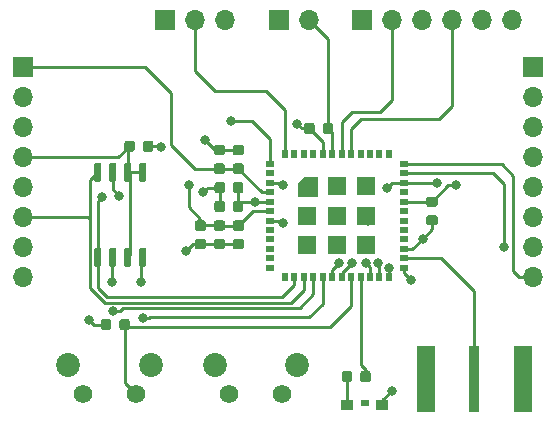
<source format=gbr>
G04 #@! TF.GenerationSoftware,KiCad,Pcbnew,(5.1.4)-1*
G04 #@! TF.CreationDate,2020-02-25T16:56:55+01:00*
G04 #@! TF.ProjectId,Master Thesis PCB,4d617374-6572-4205-9468-657369732050,rev?*
G04 #@! TF.SameCoordinates,Original*
G04 #@! TF.FileFunction,Copper,L1,Top*
G04 #@! TF.FilePolarity,Positive*
%FSLAX46Y46*%
G04 Gerber Fmt 4.6, Leading zero omitted, Abs format (unit mm)*
G04 Created by KiCad (PCBNEW (5.1.4)-1) date 2020-02-25 16:56:55*
%MOMM*%
%LPD*%
G04 APERTURE LIST*
%ADD10C,0.001000*%
%ADD11R,1.000000X0.900000*%
%ADD12R,0.800000X0.600000*%
%ADD13C,0.100000*%
%ADD14C,0.875000*%
%ADD15C,2.026000*%
%ADD16C,1.561000*%
%ADD17O,1.700000X1.700000*%
%ADD18R,1.700000X1.700000*%
%ADD19C,0.600000*%
%ADD20R,0.800000X0.500000*%
%ADD21R,0.500000X0.800000*%
%ADD22R,1.600000X1.600000*%
%ADD23R,0.800000X0.800000*%
%ADD24R,1.650000X5.600000*%
%ADD25R,0.900000X5.600000*%
%ADD26C,0.800000*%
%ADD27C,0.250000*%
%ADD28C,0.221000*%
G04 APERTURE END LIST*
D10*
G36*
X125650000Y-89300000D02*
G01*
X125650000Y-90900000D01*
X124050000Y-90900000D01*
X124050000Y-89800000D01*
X124550000Y-89300000D01*
X125650000Y-89300000D01*
G37*
X125650000Y-89300000D02*
X125650000Y-90900000D01*
X124050000Y-90900000D01*
X124050000Y-89800000D01*
X124550000Y-89300000D01*
X125650000Y-89300000D01*
D11*
X131200000Y-108600000D03*
X128200000Y-108600000D03*
D12*
X129700000Y-108450000D03*
D13*
G36*
X128440191Y-105726053D02*
G01*
X128461426Y-105729203D01*
X128482250Y-105734419D01*
X128502462Y-105741651D01*
X128521868Y-105750830D01*
X128540281Y-105761866D01*
X128557524Y-105774654D01*
X128573430Y-105789070D01*
X128587846Y-105804976D01*
X128600634Y-105822219D01*
X128611670Y-105840632D01*
X128620849Y-105860038D01*
X128628081Y-105880250D01*
X128633297Y-105901074D01*
X128636447Y-105922309D01*
X128637500Y-105943750D01*
X128637500Y-106456250D01*
X128636447Y-106477691D01*
X128633297Y-106498926D01*
X128628081Y-106519750D01*
X128620849Y-106539962D01*
X128611670Y-106559368D01*
X128600634Y-106577781D01*
X128587846Y-106595024D01*
X128573430Y-106610930D01*
X128557524Y-106625346D01*
X128540281Y-106638134D01*
X128521868Y-106649170D01*
X128502462Y-106658349D01*
X128482250Y-106665581D01*
X128461426Y-106670797D01*
X128440191Y-106673947D01*
X128418750Y-106675000D01*
X127981250Y-106675000D01*
X127959809Y-106673947D01*
X127938574Y-106670797D01*
X127917750Y-106665581D01*
X127897538Y-106658349D01*
X127878132Y-106649170D01*
X127859719Y-106638134D01*
X127842476Y-106625346D01*
X127826570Y-106610930D01*
X127812154Y-106595024D01*
X127799366Y-106577781D01*
X127788330Y-106559368D01*
X127779151Y-106539962D01*
X127771919Y-106519750D01*
X127766703Y-106498926D01*
X127763553Y-106477691D01*
X127762500Y-106456250D01*
X127762500Y-105943750D01*
X127763553Y-105922309D01*
X127766703Y-105901074D01*
X127771919Y-105880250D01*
X127779151Y-105860038D01*
X127788330Y-105840632D01*
X127799366Y-105822219D01*
X127812154Y-105804976D01*
X127826570Y-105789070D01*
X127842476Y-105774654D01*
X127859719Y-105761866D01*
X127878132Y-105750830D01*
X127897538Y-105741651D01*
X127917750Y-105734419D01*
X127938574Y-105729203D01*
X127959809Y-105726053D01*
X127981250Y-105725000D01*
X128418750Y-105725000D01*
X128440191Y-105726053D01*
X128440191Y-105726053D01*
G37*
D14*
X128200000Y-106200000D03*
D13*
G36*
X130015191Y-105726053D02*
G01*
X130036426Y-105729203D01*
X130057250Y-105734419D01*
X130077462Y-105741651D01*
X130096868Y-105750830D01*
X130115281Y-105761866D01*
X130132524Y-105774654D01*
X130148430Y-105789070D01*
X130162846Y-105804976D01*
X130175634Y-105822219D01*
X130186670Y-105840632D01*
X130195849Y-105860038D01*
X130203081Y-105880250D01*
X130208297Y-105901074D01*
X130211447Y-105922309D01*
X130212500Y-105943750D01*
X130212500Y-106456250D01*
X130211447Y-106477691D01*
X130208297Y-106498926D01*
X130203081Y-106519750D01*
X130195849Y-106539962D01*
X130186670Y-106559368D01*
X130175634Y-106577781D01*
X130162846Y-106595024D01*
X130148430Y-106610930D01*
X130132524Y-106625346D01*
X130115281Y-106638134D01*
X130096868Y-106649170D01*
X130077462Y-106658349D01*
X130057250Y-106665581D01*
X130036426Y-106670797D01*
X130015191Y-106673947D01*
X129993750Y-106675000D01*
X129556250Y-106675000D01*
X129534809Y-106673947D01*
X129513574Y-106670797D01*
X129492750Y-106665581D01*
X129472538Y-106658349D01*
X129453132Y-106649170D01*
X129434719Y-106638134D01*
X129417476Y-106625346D01*
X129401570Y-106610930D01*
X129387154Y-106595024D01*
X129374366Y-106577781D01*
X129363330Y-106559368D01*
X129354151Y-106539962D01*
X129346919Y-106519750D01*
X129341703Y-106498926D01*
X129338553Y-106477691D01*
X129337500Y-106456250D01*
X129337500Y-105943750D01*
X129338553Y-105922309D01*
X129341703Y-105901074D01*
X129346919Y-105880250D01*
X129354151Y-105860038D01*
X129363330Y-105840632D01*
X129374366Y-105822219D01*
X129387154Y-105804976D01*
X129401570Y-105789070D01*
X129417476Y-105774654D01*
X129434719Y-105761866D01*
X129453132Y-105750830D01*
X129472538Y-105741651D01*
X129492750Y-105734419D01*
X129513574Y-105729203D01*
X129534809Y-105726053D01*
X129556250Y-105725000D01*
X129993750Y-105725000D01*
X130015191Y-105726053D01*
X130015191Y-105726053D01*
G37*
D14*
X129775000Y-106200000D03*
D15*
X111600000Y-105200000D03*
X104590000Y-105200000D03*
D16*
X110345000Y-107690000D03*
X105845000Y-107690000D03*
D13*
G36*
X108040191Y-101326053D02*
G01*
X108061426Y-101329203D01*
X108082250Y-101334419D01*
X108102462Y-101341651D01*
X108121868Y-101350830D01*
X108140281Y-101361866D01*
X108157524Y-101374654D01*
X108173430Y-101389070D01*
X108187846Y-101404976D01*
X108200634Y-101422219D01*
X108211670Y-101440632D01*
X108220849Y-101460038D01*
X108228081Y-101480250D01*
X108233297Y-101501074D01*
X108236447Y-101522309D01*
X108237500Y-101543750D01*
X108237500Y-102056250D01*
X108236447Y-102077691D01*
X108233297Y-102098926D01*
X108228081Y-102119750D01*
X108220849Y-102139962D01*
X108211670Y-102159368D01*
X108200634Y-102177781D01*
X108187846Y-102195024D01*
X108173430Y-102210930D01*
X108157524Y-102225346D01*
X108140281Y-102238134D01*
X108121868Y-102249170D01*
X108102462Y-102258349D01*
X108082250Y-102265581D01*
X108061426Y-102270797D01*
X108040191Y-102273947D01*
X108018750Y-102275000D01*
X107581250Y-102275000D01*
X107559809Y-102273947D01*
X107538574Y-102270797D01*
X107517750Y-102265581D01*
X107497538Y-102258349D01*
X107478132Y-102249170D01*
X107459719Y-102238134D01*
X107442476Y-102225346D01*
X107426570Y-102210930D01*
X107412154Y-102195024D01*
X107399366Y-102177781D01*
X107388330Y-102159368D01*
X107379151Y-102139962D01*
X107371919Y-102119750D01*
X107366703Y-102098926D01*
X107363553Y-102077691D01*
X107362500Y-102056250D01*
X107362500Y-101543750D01*
X107363553Y-101522309D01*
X107366703Y-101501074D01*
X107371919Y-101480250D01*
X107379151Y-101460038D01*
X107388330Y-101440632D01*
X107399366Y-101422219D01*
X107412154Y-101404976D01*
X107426570Y-101389070D01*
X107442476Y-101374654D01*
X107459719Y-101361866D01*
X107478132Y-101350830D01*
X107497538Y-101341651D01*
X107517750Y-101334419D01*
X107538574Y-101329203D01*
X107559809Y-101326053D01*
X107581250Y-101325000D01*
X108018750Y-101325000D01*
X108040191Y-101326053D01*
X108040191Y-101326053D01*
G37*
D14*
X107800000Y-101800000D03*
D13*
G36*
X109615191Y-101326053D02*
G01*
X109636426Y-101329203D01*
X109657250Y-101334419D01*
X109677462Y-101341651D01*
X109696868Y-101350830D01*
X109715281Y-101361866D01*
X109732524Y-101374654D01*
X109748430Y-101389070D01*
X109762846Y-101404976D01*
X109775634Y-101422219D01*
X109786670Y-101440632D01*
X109795849Y-101460038D01*
X109803081Y-101480250D01*
X109808297Y-101501074D01*
X109811447Y-101522309D01*
X109812500Y-101543750D01*
X109812500Y-102056250D01*
X109811447Y-102077691D01*
X109808297Y-102098926D01*
X109803081Y-102119750D01*
X109795849Y-102139962D01*
X109786670Y-102159368D01*
X109775634Y-102177781D01*
X109762846Y-102195024D01*
X109748430Y-102210930D01*
X109732524Y-102225346D01*
X109715281Y-102238134D01*
X109696868Y-102249170D01*
X109677462Y-102258349D01*
X109657250Y-102265581D01*
X109636426Y-102270797D01*
X109615191Y-102273947D01*
X109593750Y-102275000D01*
X109156250Y-102275000D01*
X109134809Y-102273947D01*
X109113574Y-102270797D01*
X109092750Y-102265581D01*
X109072538Y-102258349D01*
X109053132Y-102249170D01*
X109034719Y-102238134D01*
X109017476Y-102225346D01*
X109001570Y-102210930D01*
X108987154Y-102195024D01*
X108974366Y-102177781D01*
X108963330Y-102159368D01*
X108954151Y-102139962D01*
X108946919Y-102119750D01*
X108941703Y-102098926D01*
X108938553Y-102077691D01*
X108937500Y-102056250D01*
X108937500Y-101543750D01*
X108938553Y-101522309D01*
X108941703Y-101501074D01*
X108946919Y-101480250D01*
X108954151Y-101460038D01*
X108963330Y-101440632D01*
X108974366Y-101422219D01*
X108987154Y-101404976D01*
X109001570Y-101389070D01*
X109017476Y-101374654D01*
X109034719Y-101361866D01*
X109053132Y-101350830D01*
X109072538Y-101341651D01*
X109092750Y-101334419D01*
X109113574Y-101329203D01*
X109134809Y-101326053D01*
X109156250Y-101325000D01*
X109593750Y-101325000D01*
X109615191Y-101326053D01*
X109615191Y-101326053D01*
G37*
D14*
X109375000Y-101800000D03*
D15*
X124000000Y-105200000D03*
X116990000Y-105200000D03*
D16*
X122745000Y-107690000D03*
X118245000Y-107690000D03*
D17*
X142200000Y-76000000D03*
X139660000Y-76000000D03*
X137120000Y-76000000D03*
X134580000Y-76000000D03*
X132040000Y-76000000D03*
D18*
X129500000Y-76000000D03*
D17*
X117880000Y-76000000D03*
X115340000Y-76000000D03*
D18*
X112800000Y-76000000D03*
D17*
X125000000Y-76000000D03*
D18*
X122460000Y-76000000D03*
D17*
X100800000Y-97800000D03*
X100800000Y-95260000D03*
X100800000Y-92720000D03*
X100800000Y-90180000D03*
X100800000Y-87640000D03*
X100800000Y-85100000D03*
X100800000Y-82560000D03*
D18*
X100800000Y-80020000D03*
D17*
X143980000Y-97800000D03*
X143980000Y-95260000D03*
X143980000Y-92720000D03*
X143980000Y-90180000D03*
X143980000Y-87640000D03*
X143980000Y-85100000D03*
X143980000Y-82560000D03*
D18*
X143980000Y-80020000D03*
D13*
G36*
X107259703Y-88100722D02*
G01*
X107274264Y-88102882D01*
X107288543Y-88106459D01*
X107302403Y-88111418D01*
X107315710Y-88117712D01*
X107328336Y-88125280D01*
X107340159Y-88134048D01*
X107351066Y-88143934D01*
X107360952Y-88154841D01*
X107369720Y-88166664D01*
X107377288Y-88179290D01*
X107383582Y-88192597D01*
X107388541Y-88206457D01*
X107392118Y-88220736D01*
X107394278Y-88235297D01*
X107395000Y-88250000D01*
X107395000Y-89550000D01*
X107394278Y-89564703D01*
X107392118Y-89579264D01*
X107388541Y-89593543D01*
X107383582Y-89607403D01*
X107377288Y-89620710D01*
X107369720Y-89633336D01*
X107360952Y-89645159D01*
X107351066Y-89656066D01*
X107340159Y-89665952D01*
X107328336Y-89674720D01*
X107315710Y-89682288D01*
X107302403Y-89688582D01*
X107288543Y-89693541D01*
X107274264Y-89697118D01*
X107259703Y-89699278D01*
X107245000Y-89700000D01*
X106945000Y-89700000D01*
X106930297Y-89699278D01*
X106915736Y-89697118D01*
X106901457Y-89693541D01*
X106887597Y-89688582D01*
X106874290Y-89682288D01*
X106861664Y-89674720D01*
X106849841Y-89665952D01*
X106838934Y-89656066D01*
X106829048Y-89645159D01*
X106820280Y-89633336D01*
X106812712Y-89620710D01*
X106806418Y-89607403D01*
X106801459Y-89593543D01*
X106797882Y-89579264D01*
X106795722Y-89564703D01*
X106795000Y-89550000D01*
X106795000Y-88250000D01*
X106795722Y-88235297D01*
X106797882Y-88220736D01*
X106801459Y-88206457D01*
X106806418Y-88192597D01*
X106812712Y-88179290D01*
X106820280Y-88166664D01*
X106829048Y-88154841D01*
X106838934Y-88143934D01*
X106849841Y-88134048D01*
X106861664Y-88125280D01*
X106874290Y-88117712D01*
X106887597Y-88111418D01*
X106901457Y-88106459D01*
X106915736Y-88102882D01*
X106930297Y-88100722D01*
X106945000Y-88100000D01*
X107245000Y-88100000D01*
X107259703Y-88100722D01*
X107259703Y-88100722D01*
G37*
D19*
X107095000Y-88900000D03*
D13*
G36*
X108529703Y-88100722D02*
G01*
X108544264Y-88102882D01*
X108558543Y-88106459D01*
X108572403Y-88111418D01*
X108585710Y-88117712D01*
X108598336Y-88125280D01*
X108610159Y-88134048D01*
X108621066Y-88143934D01*
X108630952Y-88154841D01*
X108639720Y-88166664D01*
X108647288Y-88179290D01*
X108653582Y-88192597D01*
X108658541Y-88206457D01*
X108662118Y-88220736D01*
X108664278Y-88235297D01*
X108665000Y-88250000D01*
X108665000Y-89550000D01*
X108664278Y-89564703D01*
X108662118Y-89579264D01*
X108658541Y-89593543D01*
X108653582Y-89607403D01*
X108647288Y-89620710D01*
X108639720Y-89633336D01*
X108630952Y-89645159D01*
X108621066Y-89656066D01*
X108610159Y-89665952D01*
X108598336Y-89674720D01*
X108585710Y-89682288D01*
X108572403Y-89688582D01*
X108558543Y-89693541D01*
X108544264Y-89697118D01*
X108529703Y-89699278D01*
X108515000Y-89700000D01*
X108215000Y-89700000D01*
X108200297Y-89699278D01*
X108185736Y-89697118D01*
X108171457Y-89693541D01*
X108157597Y-89688582D01*
X108144290Y-89682288D01*
X108131664Y-89674720D01*
X108119841Y-89665952D01*
X108108934Y-89656066D01*
X108099048Y-89645159D01*
X108090280Y-89633336D01*
X108082712Y-89620710D01*
X108076418Y-89607403D01*
X108071459Y-89593543D01*
X108067882Y-89579264D01*
X108065722Y-89564703D01*
X108065000Y-89550000D01*
X108065000Y-88250000D01*
X108065722Y-88235297D01*
X108067882Y-88220736D01*
X108071459Y-88206457D01*
X108076418Y-88192597D01*
X108082712Y-88179290D01*
X108090280Y-88166664D01*
X108099048Y-88154841D01*
X108108934Y-88143934D01*
X108119841Y-88134048D01*
X108131664Y-88125280D01*
X108144290Y-88117712D01*
X108157597Y-88111418D01*
X108171457Y-88106459D01*
X108185736Y-88102882D01*
X108200297Y-88100722D01*
X108215000Y-88100000D01*
X108515000Y-88100000D01*
X108529703Y-88100722D01*
X108529703Y-88100722D01*
G37*
D19*
X108365000Y-88900000D03*
D13*
G36*
X109799703Y-88100722D02*
G01*
X109814264Y-88102882D01*
X109828543Y-88106459D01*
X109842403Y-88111418D01*
X109855710Y-88117712D01*
X109868336Y-88125280D01*
X109880159Y-88134048D01*
X109891066Y-88143934D01*
X109900952Y-88154841D01*
X109909720Y-88166664D01*
X109917288Y-88179290D01*
X109923582Y-88192597D01*
X109928541Y-88206457D01*
X109932118Y-88220736D01*
X109934278Y-88235297D01*
X109935000Y-88250000D01*
X109935000Y-89550000D01*
X109934278Y-89564703D01*
X109932118Y-89579264D01*
X109928541Y-89593543D01*
X109923582Y-89607403D01*
X109917288Y-89620710D01*
X109909720Y-89633336D01*
X109900952Y-89645159D01*
X109891066Y-89656066D01*
X109880159Y-89665952D01*
X109868336Y-89674720D01*
X109855710Y-89682288D01*
X109842403Y-89688582D01*
X109828543Y-89693541D01*
X109814264Y-89697118D01*
X109799703Y-89699278D01*
X109785000Y-89700000D01*
X109485000Y-89700000D01*
X109470297Y-89699278D01*
X109455736Y-89697118D01*
X109441457Y-89693541D01*
X109427597Y-89688582D01*
X109414290Y-89682288D01*
X109401664Y-89674720D01*
X109389841Y-89665952D01*
X109378934Y-89656066D01*
X109369048Y-89645159D01*
X109360280Y-89633336D01*
X109352712Y-89620710D01*
X109346418Y-89607403D01*
X109341459Y-89593543D01*
X109337882Y-89579264D01*
X109335722Y-89564703D01*
X109335000Y-89550000D01*
X109335000Y-88250000D01*
X109335722Y-88235297D01*
X109337882Y-88220736D01*
X109341459Y-88206457D01*
X109346418Y-88192597D01*
X109352712Y-88179290D01*
X109360280Y-88166664D01*
X109369048Y-88154841D01*
X109378934Y-88143934D01*
X109389841Y-88134048D01*
X109401664Y-88125280D01*
X109414290Y-88117712D01*
X109427597Y-88111418D01*
X109441457Y-88106459D01*
X109455736Y-88102882D01*
X109470297Y-88100722D01*
X109485000Y-88100000D01*
X109785000Y-88100000D01*
X109799703Y-88100722D01*
X109799703Y-88100722D01*
G37*
D19*
X109635000Y-88900000D03*
D13*
G36*
X111069703Y-88100722D02*
G01*
X111084264Y-88102882D01*
X111098543Y-88106459D01*
X111112403Y-88111418D01*
X111125710Y-88117712D01*
X111138336Y-88125280D01*
X111150159Y-88134048D01*
X111161066Y-88143934D01*
X111170952Y-88154841D01*
X111179720Y-88166664D01*
X111187288Y-88179290D01*
X111193582Y-88192597D01*
X111198541Y-88206457D01*
X111202118Y-88220736D01*
X111204278Y-88235297D01*
X111205000Y-88250000D01*
X111205000Y-89550000D01*
X111204278Y-89564703D01*
X111202118Y-89579264D01*
X111198541Y-89593543D01*
X111193582Y-89607403D01*
X111187288Y-89620710D01*
X111179720Y-89633336D01*
X111170952Y-89645159D01*
X111161066Y-89656066D01*
X111150159Y-89665952D01*
X111138336Y-89674720D01*
X111125710Y-89682288D01*
X111112403Y-89688582D01*
X111098543Y-89693541D01*
X111084264Y-89697118D01*
X111069703Y-89699278D01*
X111055000Y-89700000D01*
X110755000Y-89700000D01*
X110740297Y-89699278D01*
X110725736Y-89697118D01*
X110711457Y-89693541D01*
X110697597Y-89688582D01*
X110684290Y-89682288D01*
X110671664Y-89674720D01*
X110659841Y-89665952D01*
X110648934Y-89656066D01*
X110639048Y-89645159D01*
X110630280Y-89633336D01*
X110622712Y-89620710D01*
X110616418Y-89607403D01*
X110611459Y-89593543D01*
X110607882Y-89579264D01*
X110605722Y-89564703D01*
X110605000Y-89550000D01*
X110605000Y-88250000D01*
X110605722Y-88235297D01*
X110607882Y-88220736D01*
X110611459Y-88206457D01*
X110616418Y-88192597D01*
X110622712Y-88179290D01*
X110630280Y-88166664D01*
X110639048Y-88154841D01*
X110648934Y-88143934D01*
X110659841Y-88134048D01*
X110671664Y-88125280D01*
X110684290Y-88117712D01*
X110697597Y-88111418D01*
X110711457Y-88106459D01*
X110725736Y-88102882D01*
X110740297Y-88100722D01*
X110755000Y-88100000D01*
X111055000Y-88100000D01*
X111069703Y-88100722D01*
X111069703Y-88100722D01*
G37*
D19*
X110905000Y-88900000D03*
D13*
G36*
X111069703Y-95300722D02*
G01*
X111084264Y-95302882D01*
X111098543Y-95306459D01*
X111112403Y-95311418D01*
X111125710Y-95317712D01*
X111138336Y-95325280D01*
X111150159Y-95334048D01*
X111161066Y-95343934D01*
X111170952Y-95354841D01*
X111179720Y-95366664D01*
X111187288Y-95379290D01*
X111193582Y-95392597D01*
X111198541Y-95406457D01*
X111202118Y-95420736D01*
X111204278Y-95435297D01*
X111205000Y-95450000D01*
X111205000Y-96750000D01*
X111204278Y-96764703D01*
X111202118Y-96779264D01*
X111198541Y-96793543D01*
X111193582Y-96807403D01*
X111187288Y-96820710D01*
X111179720Y-96833336D01*
X111170952Y-96845159D01*
X111161066Y-96856066D01*
X111150159Y-96865952D01*
X111138336Y-96874720D01*
X111125710Y-96882288D01*
X111112403Y-96888582D01*
X111098543Y-96893541D01*
X111084264Y-96897118D01*
X111069703Y-96899278D01*
X111055000Y-96900000D01*
X110755000Y-96900000D01*
X110740297Y-96899278D01*
X110725736Y-96897118D01*
X110711457Y-96893541D01*
X110697597Y-96888582D01*
X110684290Y-96882288D01*
X110671664Y-96874720D01*
X110659841Y-96865952D01*
X110648934Y-96856066D01*
X110639048Y-96845159D01*
X110630280Y-96833336D01*
X110622712Y-96820710D01*
X110616418Y-96807403D01*
X110611459Y-96793543D01*
X110607882Y-96779264D01*
X110605722Y-96764703D01*
X110605000Y-96750000D01*
X110605000Y-95450000D01*
X110605722Y-95435297D01*
X110607882Y-95420736D01*
X110611459Y-95406457D01*
X110616418Y-95392597D01*
X110622712Y-95379290D01*
X110630280Y-95366664D01*
X110639048Y-95354841D01*
X110648934Y-95343934D01*
X110659841Y-95334048D01*
X110671664Y-95325280D01*
X110684290Y-95317712D01*
X110697597Y-95311418D01*
X110711457Y-95306459D01*
X110725736Y-95302882D01*
X110740297Y-95300722D01*
X110755000Y-95300000D01*
X111055000Y-95300000D01*
X111069703Y-95300722D01*
X111069703Y-95300722D01*
G37*
D19*
X110905000Y-96100000D03*
D13*
G36*
X109799703Y-95300722D02*
G01*
X109814264Y-95302882D01*
X109828543Y-95306459D01*
X109842403Y-95311418D01*
X109855710Y-95317712D01*
X109868336Y-95325280D01*
X109880159Y-95334048D01*
X109891066Y-95343934D01*
X109900952Y-95354841D01*
X109909720Y-95366664D01*
X109917288Y-95379290D01*
X109923582Y-95392597D01*
X109928541Y-95406457D01*
X109932118Y-95420736D01*
X109934278Y-95435297D01*
X109935000Y-95450000D01*
X109935000Y-96750000D01*
X109934278Y-96764703D01*
X109932118Y-96779264D01*
X109928541Y-96793543D01*
X109923582Y-96807403D01*
X109917288Y-96820710D01*
X109909720Y-96833336D01*
X109900952Y-96845159D01*
X109891066Y-96856066D01*
X109880159Y-96865952D01*
X109868336Y-96874720D01*
X109855710Y-96882288D01*
X109842403Y-96888582D01*
X109828543Y-96893541D01*
X109814264Y-96897118D01*
X109799703Y-96899278D01*
X109785000Y-96900000D01*
X109485000Y-96900000D01*
X109470297Y-96899278D01*
X109455736Y-96897118D01*
X109441457Y-96893541D01*
X109427597Y-96888582D01*
X109414290Y-96882288D01*
X109401664Y-96874720D01*
X109389841Y-96865952D01*
X109378934Y-96856066D01*
X109369048Y-96845159D01*
X109360280Y-96833336D01*
X109352712Y-96820710D01*
X109346418Y-96807403D01*
X109341459Y-96793543D01*
X109337882Y-96779264D01*
X109335722Y-96764703D01*
X109335000Y-96750000D01*
X109335000Y-95450000D01*
X109335722Y-95435297D01*
X109337882Y-95420736D01*
X109341459Y-95406457D01*
X109346418Y-95392597D01*
X109352712Y-95379290D01*
X109360280Y-95366664D01*
X109369048Y-95354841D01*
X109378934Y-95343934D01*
X109389841Y-95334048D01*
X109401664Y-95325280D01*
X109414290Y-95317712D01*
X109427597Y-95311418D01*
X109441457Y-95306459D01*
X109455736Y-95302882D01*
X109470297Y-95300722D01*
X109485000Y-95300000D01*
X109785000Y-95300000D01*
X109799703Y-95300722D01*
X109799703Y-95300722D01*
G37*
D19*
X109635000Y-96100000D03*
D13*
G36*
X108529703Y-95300722D02*
G01*
X108544264Y-95302882D01*
X108558543Y-95306459D01*
X108572403Y-95311418D01*
X108585710Y-95317712D01*
X108598336Y-95325280D01*
X108610159Y-95334048D01*
X108621066Y-95343934D01*
X108630952Y-95354841D01*
X108639720Y-95366664D01*
X108647288Y-95379290D01*
X108653582Y-95392597D01*
X108658541Y-95406457D01*
X108662118Y-95420736D01*
X108664278Y-95435297D01*
X108665000Y-95450000D01*
X108665000Y-96750000D01*
X108664278Y-96764703D01*
X108662118Y-96779264D01*
X108658541Y-96793543D01*
X108653582Y-96807403D01*
X108647288Y-96820710D01*
X108639720Y-96833336D01*
X108630952Y-96845159D01*
X108621066Y-96856066D01*
X108610159Y-96865952D01*
X108598336Y-96874720D01*
X108585710Y-96882288D01*
X108572403Y-96888582D01*
X108558543Y-96893541D01*
X108544264Y-96897118D01*
X108529703Y-96899278D01*
X108515000Y-96900000D01*
X108215000Y-96900000D01*
X108200297Y-96899278D01*
X108185736Y-96897118D01*
X108171457Y-96893541D01*
X108157597Y-96888582D01*
X108144290Y-96882288D01*
X108131664Y-96874720D01*
X108119841Y-96865952D01*
X108108934Y-96856066D01*
X108099048Y-96845159D01*
X108090280Y-96833336D01*
X108082712Y-96820710D01*
X108076418Y-96807403D01*
X108071459Y-96793543D01*
X108067882Y-96779264D01*
X108065722Y-96764703D01*
X108065000Y-96750000D01*
X108065000Y-95450000D01*
X108065722Y-95435297D01*
X108067882Y-95420736D01*
X108071459Y-95406457D01*
X108076418Y-95392597D01*
X108082712Y-95379290D01*
X108090280Y-95366664D01*
X108099048Y-95354841D01*
X108108934Y-95343934D01*
X108119841Y-95334048D01*
X108131664Y-95325280D01*
X108144290Y-95317712D01*
X108157597Y-95311418D01*
X108171457Y-95306459D01*
X108185736Y-95302882D01*
X108200297Y-95300722D01*
X108215000Y-95300000D01*
X108515000Y-95300000D01*
X108529703Y-95300722D01*
X108529703Y-95300722D01*
G37*
D19*
X108365000Y-96100000D03*
D13*
G36*
X107259703Y-95300722D02*
G01*
X107274264Y-95302882D01*
X107288543Y-95306459D01*
X107302403Y-95311418D01*
X107315710Y-95317712D01*
X107328336Y-95325280D01*
X107340159Y-95334048D01*
X107351066Y-95343934D01*
X107360952Y-95354841D01*
X107369720Y-95366664D01*
X107377288Y-95379290D01*
X107383582Y-95392597D01*
X107388541Y-95406457D01*
X107392118Y-95420736D01*
X107394278Y-95435297D01*
X107395000Y-95450000D01*
X107395000Y-96750000D01*
X107394278Y-96764703D01*
X107392118Y-96779264D01*
X107388541Y-96793543D01*
X107383582Y-96807403D01*
X107377288Y-96820710D01*
X107369720Y-96833336D01*
X107360952Y-96845159D01*
X107351066Y-96856066D01*
X107340159Y-96865952D01*
X107328336Y-96874720D01*
X107315710Y-96882288D01*
X107302403Y-96888582D01*
X107288543Y-96893541D01*
X107274264Y-96897118D01*
X107259703Y-96899278D01*
X107245000Y-96900000D01*
X106945000Y-96900000D01*
X106930297Y-96899278D01*
X106915736Y-96897118D01*
X106901457Y-96893541D01*
X106887597Y-96888582D01*
X106874290Y-96882288D01*
X106861664Y-96874720D01*
X106849841Y-96865952D01*
X106838934Y-96856066D01*
X106829048Y-96845159D01*
X106820280Y-96833336D01*
X106812712Y-96820710D01*
X106806418Y-96807403D01*
X106801459Y-96793543D01*
X106797882Y-96779264D01*
X106795722Y-96764703D01*
X106795000Y-96750000D01*
X106795000Y-95450000D01*
X106795722Y-95435297D01*
X106797882Y-95420736D01*
X106801459Y-95406457D01*
X106806418Y-95392597D01*
X106812712Y-95379290D01*
X106820280Y-95366664D01*
X106829048Y-95354841D01*
X106838934Y-95343934D01*
X106849841Y-95334048D01*
X106861664Y-95325280D01*
X106874290Y-95317712D01*
X106887597Y-95311418D01*
X106901457Y-95306459D01*
X106915736Y-95302882D01*
X106930297Y-95300722D01*
X106945000Y-95300000D01*
X107245000Y-95300000D01*
X107259703Y-95300722D01*
X107259703Y-95300722D01*
G37*
D19*
X107095000Y-96100000D03*
D13*
G36*
X111615191Y-86226053D02*
G01*
X111636426Y-86229203D01*
X111657250Y-86234419D01*
X111677462Y-86241651D01*
X111696868Y-86250830D01*
X111715281Y-86261866D01*
X111732524Y-86274654D01*
X111748430Y-86289070D01*
X111762846Y-86304976D01*
X111775634Y-86322219D01*
X111786670Y-86340632D01*
X111795849Y-86360038D01*
X111803081Y-86380250D01*
X111808297Y-86401074D01*
X111811447Y-86422309D01*
X111812500Y-86443750D01*
X111812500Y-86956250D01*
X111811447Y-86977691D01*
X111808297Y-86998926D01*
X111803081Y-87019750D01*
X111795849Y-87039962D01*
X111786670Y-87059368D01*
X111775634Y-87077781D01*
X111762846Y-87095024D01*
X111748430Y-87110930D01*
X111732524Y-87125346D01*
X111715281Y-87138134D01*
X111696868Y-87149170D01*
X111677462Y-87158349D01*
X111657250Y-87165581D01*
X111636426Y-87170797D01*
X111615191Y-87173947D01*
X111593750Y-87175000D01*
X111156250Y-87175000D01*
X111134809Y-87173947D01*
X111113574Y-87170797D01*
X111092750Y-87165581D01*
X111072538Y-87158349D01*
X111053132Y-87149170D01*
X111034719Y-87138134D01*
X111017476Y-87125346D01*
X111001570Y-87110930D01*
X110987154Y-87095024D01*
X110974366Y-87077781D01*
X110963330Y-87059368D01*
X110954151Y-87039962D01*
X110946919Y-87019750D01*
X110941703Y-86998926D01*
X110938553Y-86977691D01*
X110937500Y-86956250D01*
X110937500Y-86443750D01*
X110938553Y-86422309D01*
X110941703Y-86401074D01*
X110946919Y-86380250D01*
X110954151Y-86360038D01*
X110963330Y-86340632D01*
X110974366Y-86322219D01*
X110987154Y-86304976D01*
X111001570Y-86289070D01*
X111017476Y-86274654D01*
X111034719Y-86261866D01*
X111053132Y-86250830D01*
X111072538Y-86241651D01*
X111092750Y-86234419D01*
X111113574Y-86229203D01*
X111134809Y-86226053D01*
X111156250Y-86225000D01*
X111593750Y-86225000D01*
X111615191Y-86226053D01*
X111615191Y-86226053D01*
G37*
D14*
X111375000Y-86700000D03*
D13*
G36*
X110040191Y-86226053D02*
G01*
X110061426Y-86229203D01*
X110082250Y-86234419D01*
X110102462Y-86241651D01*
X110121868Y-86250830D01*
X110140281Y-86261866D01*
X110157524Y-86274654D01*
X110173430Y-86289070D01*
X110187846Y-86304976D01*
X110200634Y-86322219D01*
X110211670Y-86340632D01*
X110220849Y-86360038D01*
X110228081Y-86380250D01*
X110233297Y-86401074D01*
X110236447Y-86422309D01*
X110237500Y-86443750D01*
X110237500Y-86956250D01*
X110236447Y-86977691D01*
X110233297Y-86998926D01*
X110228081Y-87019750D01*
X110220849Y-87039962D01*
X110211670Y-87059368D01*
X110200634Y-87077781D01*
X110187846Y-87095024D01*
X110173430Y-87110930D01*
X110157524Y-87125346D01*
X110140281Y-87138134D01*
X110121868Y-87149170D01*
X110102462Y-87158349D01*
X110082250Y-87165581D01*
X110061426Y-87170797D01*
X110040191Y-87173947D01*
X110018750Y-87175000D01*
X109581250Y-87175000D01*
X109559809Y-87173947D01*
X109538574Y-87170797D01*
X109517750Y-87165581D01*
X109497538Y-87158349D01*
X109478132Y-87149170D01*
X109459719Y-87138134D01*
X109442476Y-87125346D01*
X109426570Y-87110930D01*
X109412154Y-87095024D01*
X109399366Y-87077781D01*
X109388330Y-87059368D01*
X109379151Y-87039962D01*
X109371919Y-87019750D01*
X109366703Y-86998926D01*
X109363553Y-86977691D01*
X109362500Y-86956250D01*
X109362500Y-86443750D01*
X109363553Y-86422309D01*
X109366703Y-86401074D01*
X109371919Y-86380250D01*
X109379151Y-86360038D01*
X109388330Y-86340632D01*
X109399366Y-86322219D01*
X109412154Y-86304976D01*
X109426570Y-86289070D01*
X109442476Y-86274654D01*
X109459719Y-86261866D01*
X109478132Y-86250830D01*
X109497538Y-86241651D01*
X109517750Y-86234419D01*
X109538574Y-86229203D01*
X109559809Y-86226053D01*
X109581250Y-86225000D01*
X110018750Y-86225000D01*
X110040191Y-86226053D01*
X110040191Y-86226053D01*
G37*
D14*
X109800000Y-86700000D03*
D20*
X121700000Y-92200000D03*
X121700000Y-91400000D03*
X121700000Y-90600000D03*
X121700000Y-89800000D03*
X121700000Y-89000000D03*
X121700000Y-88200000D03*
X121700000Y-93000000D03*
X121700000Y-93800000D03*
X121700000Y-94600000D03*
X121700000Y-95400000D03*
X121700000Y-96200000D03*
X121700000Y-97000000D03*
D21*
X122950000Y-97800000D03*
X123750000Y-97800000D03*
X124550000Y-97800000D03*
X125350000Y-97800000D03*
X126150000Y-97800000D03*
X126950000Y-97800000D03*
X127750000Y-97800000D03*
X128550000Y-97800000D03*
X129350000Y-97800000D03*
X130150000Y-97800000D03*
X130950000Y-97800000D03*
X131750000Y-97800000D03*
D20*
X133000000Y-97000000D03*
X133000000Y-96200000D03*
X133000000Y-95400000D03*
X133000000Y-94600000D03*
X133000000Y-93800000D03*
X133000000Y-93000000D03*
X133000000Y-92200000D03*
X133000000Y-91400000D03*
X133000000Y-90600000D03*
X133000000Y-89800000D03*
X133000000Y-89000000D03*
X133000000Y-88200000D03*
D21*
X131750000Y-87400000D03*
X130950000Y-87400000D03*
X130150000Y-87400000D03*
X129350000Y-87400000D03*
X128550000Y-87400000D03*
X127750000Y-87400000D03*
X126950000Y-87400000D03*
X126150000Y-87400000D03*
X125350000Y-87400000D03*
X124550000Y-87400000D03*
X123750000Y-87400000D03*
X122950000Y-87400000D03*
D22*
X127350000Y-92600000D03*
D23*
X124850000Y-90100000D03*
D22*
X127350000Y-90100000D03*
X129850000Y-90100000D03*
X124850000Y-92600000D03*
X129850000Y-92600000D03*
X124850000Y-95100000D03*
X127350000Y-95100000D03*
X129850000Y-95100000D03*
D13*
G36*
X126840191Y-84726053D02*
G01*
X126861426Y-84729203D01*
X126882250Y-84734419D01*
X126902462Y-84741651D01*
X126921868Y-84750830D01*
X126940281Y-84761866D01*
X126957524Y-84774654D01*
X126973430Y-84789070D01*
X126987846Y-84804976D01*
X127000634Y-84822219D01*
X127011670Y-84840632D01*
X127020849Y-84860038D01*
X127028081Y-84880250D01*
X127033297Y-84901074D01*
X127036447Y-84922309D01*
X127037500Y-84943750D01*
X127037500Y-85456250D01*
X127036447Y-85477691D01*
X127033297Y-85498926D01*
X127028081Y-85519750D01*
X127020849Y-85539962D01*
X127011670Y-85559368D01*
X127000634Y-85577781D01*
X126987846Y-85595024D01*
X126973430Y-85610930D01*
X126957524Y-85625346D01*
X126940281Y-85638134D01*
X126921868Y-85649170D01*
X126902462Y-85658349D01*
X126882250Y-85665581D01*
X126861426Y-85670797D01*
X126840191Y-85673947D01*
X126818750Y-85675000D01*
X126381250Y-85675000D01*
X126359809Y-85673947D01*
X126338574Y-85670797D01*
X126317750Y-85665581D01*
X126297538Y-85658349D01*
X126278132Y-85649170D01*
X126259719Y-85638134D01*
X126242476Y-85625346D01*
X126226570Y-85610930D01*
X126212154Y-85595024D01*
X126199366Y-85577781D01*
X126188330Y-85559368D01*
X126179151Y-85539962D01*
X126171919Y-85519750D01*
X126166703Y-85498926D01*
X126163553Y-85477691D01*
X126162500Y-85456250D01*
X126162500Y-84943750D01*
X126163553Y-84922309D01*
X126166703Y-84901074D01*
X126171919Y-84880250D01*
X126179151Y-84860038D01*
X126188330Y-84840632D01*
X126199366Y-84822219D01*
X126212154Y-84804976D01*
X126226570Y-84789070D01*
X126242476Y-84774654D01*
X126259719Y-84761866D01*
X126278132Y-84750830D01*
X126297538Y-84741651D01*
X126317750Y-84734419D01*
X126338574Y-84729203D01*
X126359809Y-84726053D01*
X126381250Y-84725000D01*
X126818750Y-84725000D01*
X126840191Y-84726053D01*
X126840191Y-84726053D01*
G37*
D14*
X126600000Y-85200000D03*
D13*
G36*
X125265191Y-84726053D02*
G01*
X125286426Y-84729203D01*
X125307250Y-84734419D01*
X125327462Y-84741651D01*
X125346868Y-84750830D01*
X125365281Y-84761866D01*
X125382524Y-84774654D01*
X125398430Y-84789070D01*
X125412846Y-84804976D01*
X125425634Y-84822219D01*
X125436670Y-84840632D01*
X125445849Y-84860038D01*
X125453081Y-84880250D01*
X125458297Y-84901074D01*
X125461447Y-84922309D01*
X125462500Y-84943750D01*
X125462500Y-85456250D01*
X125461447Y-85477691D01*
X125458297Y-85498926D01*
X125453081Y-85519750D01*
X125445849Y-85539962D01*
X125436670Y-85559368D01*
X125425634Y-85577781D01*
X125412846Y-85595024D01*
X125398430Y-85610930D01*
X125382524Y-85625346D01*
X125365281Y-85638134D01*
X125346868Y-85649170D01*
X125327462Y-85658349D01*
X125307250Y-85665581D01*
X125286426Y-85670797D01*
X125265191Y-85673947D01*
X125243750Y-85675000D01*
X124806250Y-85675000D01*
X124784809Y-85673947D01*
X124763574Y-85670797D01*
X124742750Y-85665581D01*
X124722538Y-85658349D01*
X124703132Y-85649170D01*
X124684719Y-85638134D01*
X124667476Y-85625346D01*
X124651570Y-85610930D01*
X124637154Y-85595024D01*
X124624366Y-85577781D01*
X124613330Y-85559368D01*
X124604151Y-85539962D01*
X124596919Y-85519750D01*
X124591703Y-85498926D01*
X124588553Y-85477691D01*
X124587500Y-85456250D01*
X124587500Y-84943750D01*
X124588553Y-84922309D01*
X124591703Y-84901074D01*
X124596919Y-84880250D01*
X124604151Y-84860038D01*
X124613330Y-84840632D01*
X124624366Y-84822219D01*
X124637154Y-84804976D01*
X124651570Y-84789070D01*
X124667476Y-84774654D01*
X124684719Y-84761866D01*
X124703132Y-84750830D01*
X124722538Y-84741651D01*
X124742750Y-84734419D01*
X124763574Y-84729203D01*
X124784809Y-84726053D01*
X124806250Y-84725000D01*
X125243750Y-84725000D01*
X125265191Y-84726053D01*
X125265191Y-84726053D01*
G37*
D14*
X125025000Y-85200000D03*
D24*
X143125000Y-106400000D03*
X134875000Y-106400000D03*
D25*
X139000000Y-106400000D03*
D13*
G36*
X135677691Y-92538553D02*
G01*
X135698926Y-92541703D01*
X135719750Y-92546919D01*
X135739962Y-92554151D01*
X135759368Y-92563330D01*
X135777781Y-92574366D01*
X135795024Y-92587154D01*
X135810930Y-92601570D01*
X135825346Y-92617476D01*
X135838134Y-92634719D01*
X135849170Y-92653132D01*
X135858349Y-92672538D01*
X135865581Y-92692750D01*
X135870797Y-92713574D01*
X135873947Y-92734809D01*
X135875000Y-92756250D01*
X135875000Y-93193750D01*
X135873947Y-93215191D01*
X135870797Y-93236426D01*
X135865581Y-93257250D01*
X135858349Y-93277462D01*
X135849170Y-93296868D01*
X135838134Y-93315281D01*
X135825346Y-93332524D01*
X135810930Y-93348430D01*
X135795024Y-93362846D01*
X135777781Y-93375634D01*
X135759368Y-93386670D01*
X135739962Y-93395849D01*
X135719750Y-93403081D01*
X135698926Y-93408297D01*
X135677691Y-93411447D01*
X135656250Y-93412500D01*
X135143750Y-93412500D01*
X135122309Y-93411447D01*
X135101074Y-93408297D01*
X135080250Y-93403081D01*
X135060038Y-93395849D01*
X135040632Y-93386670D01*
X135022219Y-93375634D01*
X135004976Y-93362846D01*
X134989070Y-93348430D01*
X134974654Y-93332524D01*
X134961866Y-93315281D01*
X134950830Y-93296868D01*
X134941651Y-93277462D01*
X134934419Y-93257250D01*
X134929203Y-93236426D01*
X134926053Y-93215191D01*
X134925000Y-93193750D01*
X134925000Y-92756250D01*
X134926053Y-92734809D01*
X134929203Y-92713574D01*
X134934419Y-92692750D01*
X134941651Y-92672538D01*
X134950830Y-92653132D01*
X134961866Y-92634719D01*
X134974654Y-92617476D01*
X134989070Y-92601570D01*
X135004976Y-92587154D01*
X135022219Y-92574366D01*
X135040632Y-92563330D01*
X135060038Y-92554151D01*
X135080250Y-92546919D01*
X135101074Y-92541703D01*
X135122309Y-92538553D01*
X135143750Y-92537500D01*
X135656250Y-92537500D01*
X135677691Y-92538553D01*
X135677691Y-92538553D01*
G37*
D14*
X135400000Y-92975000D03*
D13*
G36*
X135677691Y-90963553D02*
G01*
X135698926Y-90966703D01*
X135719750Y-90971919D01*
X135739962Y-90979151D01*
X135759368Y-90988330D01*
X135777781Y-90999366D01*
X135795024Y-91012154D01*
X135810930Y-91026570D01*
X135825346Y-91042476D01*
X135838134Y-91059719D01*
X135849170Y-91078132D01*
X135858349Y-91097538D01*
X135865581Y-91117750D01*
X135870797Y-91138574D01*
X135873947Y-91159809D01*
X135875000Y-91181250D01*
X135875000Y-91618750D01*
X135873947Y-91640191D01*
X135870797Y-91661426D01*
X135865581Y-91682250D01*
X135858349Y-91702462D01*
X135849170Y-91721868D01*
X135838134Y-91740281D01*
X135825346Y-91757524D01*
X135810930Y-91773430D01*
X135795024Y-91787846D01*
X135777781Y-91800634D01*
X135759368Y-91811670D01*
X135739962Y-91820849D01*
X135719750Y-91828081D01*
X135698926Y-91833297D01*
X135677691Y-91836447D01*
X135656250Y-91837500D01*
X135143750Y-91837500D01*
X135122309Y-91836447D01*
X135101074Y-91833297D01*
X135080250Y-91828081D01*
X135060038Y-91820849D01*
X135040632Y-91811670D01*
X135022219Y-91800634D01*
X135004976Y-91787846D01*
X134989070Y-91773430D01*
X134974654Y-91757524D01*
X134961866Y-91740281D01*
X134950830Y-91721868D01*
X134941651Y-91702462D01*
X134934419Y-91682250D01*
X134929203Y-91661426D01*
X134926053Y-91640191D01*
X134925000Y-91618750D01*
X134925000Y-91181250D01*
X134926053Y-91159809D01*
X134929203Y-91138574D01*
X134934419Y-91117750D01*
X134941651Y-91097538D01*
X134950830Y-91078132D01*
X134961866Y-91059719D01*
X134974654Y-91042476D01*
X134989070Y-91026570D01*
X135004976Y-91012154D01*
X135022219Y-90999366D01*
X135040632Y-90988330D01*
X135060038Y-90979151D01*
X135080250Y-90971919D01*
X135101074Y-90966703D01*
X135122309Y-90963553D01*
X135143750Y-90962500D01*
X135656250Y-90962500D01*
X135677691Y-90963553D01*
X135677691Y-90963553D01*
G37*
D14*
X135400000Y-91400000D03*
D13*
G36*
X116077691Y-94563553D02*
G01*
X116098926Y-94566703D01*
X116119750Y-94571919D01*
X116139962Y-94579151D01*
X116159368Y-94588330D01*
X116177781Y-94599366D01*
X116195024Y-94612154D01*
X116210930Y-94626570D01*
X116225346Y-94642476D01*
X116238134Y-94659719D01*
X116249170Y-94678132D01*
X116258349Y-94697538D01*
X116265581Y-94717750D01*
X116270797Y-94738574D01*
X116273947Y-94759809D01*
X116275000Y-94781250D01*
X116275000Y-95218750D01*
X116273947Y-95240191D01*
X116270797Y-95261426D01*
X116265581Y-95282250D01*
X116258349Y-95302462D01*
X116249170Y-95321868D01*
X116238134Y-95340281D01*
X116225346Y-95357524D01*
X116210930Y-95373430D01*
X116195024Y-95387846D01*
X116177781Y-95400634D01*
X116159368Y-95411670D01*
X116139962Y-95420849D01*
X116119750Y-95428081D01*
X116098926Y-95433297D01*
X116077691Y-95436447D01*
X116056250Y-95437500D01*
X115543750Y-95437500D01*
X115522309Y-95436447D01*
X115501074Y-95433297D01*
X115480250Y-95428081D01*
X115460038Y-95420849D01*
X115440632Y-95411670D01*
X115422219Y-95400634D01*
X115404976Y-95387846D01*
X115389070Y-95373430D01*
X115374654Y-95357524D01*
X115361866Y-95340281D01*
X115350830Y-95321868D01*
X115341651Y-95302462D01*
X115334419Y-95282250D01*
X115329203Y-95261426D01*
X115326053Y-95240191D01*
X115325000Y-95218750D01*
X115325000Y-94781250D01*
X115326053Y-94759809D01*
X115329203Y-94738574D01*
X115334419Y-94717750D01*
X115341651Y-94697538D01*
X115350830Y-94678132D01*
X115361866Y-94659719D01*
X115374654Y-94642476D01*
X115389070Y-94626570D01*
X115404976Y-94612154D01*
X115422219Y-94599366D01*
X115440632Y-94588330D01*
X115460038Y-94579151D01*
X115480250Y-94571919D01*
X115501074Y-94566703D01*
X115522309Y-94563553D01*
X115543750Y-94562500D01*
X116056250Y-94562500D01*
X116077691Y-94563553D01*
X116077691Y-94563553D01*
G37*
D14*
X115800000Y-95000000D03*
D13*
G36*
X116077691Y-92988553D02*
G01*
X116098926Y-92991703D01*
X116119750Y-92996919D01*
X116139962Y-93004151D01*
X116159368Y-93013330D01*
X116177781Y-93024366D01*
X116195024Y-93037154D01*
X116210930Y-93051570D01*
X116225346Y-93067476D01*
X116238134Y-93084719D01*
X116249170Y-93103132D01*
X116258349Y-93122538D01*
X116265581Y-93142750D01*
X116270797Y-93163574D01*
X116273947Y-93184809D01*
X116275000Y-93206250D01*
X116275000Y-93643750D01*
X116273947Y-93665191D01*
X116270797Y-93686426D01*
X116265581Y-93707250D01*
X116258349Y-93727462D01*
X116249170Y-93746868D01*
X116238134Y-93765281D01*
X116225346Y-93782524D01*
X116210930Y-93798430D01*
X116195024Y-93812846D01*
X116177781Y-93825634D01*
X116159368Y-93836670D01*
X116139962Y-93845849D01*
X116119750Y-93853081D01*
X116098926Y-93858297D01*
X116077691Y-93861447D01*
X116056250Y-93862500D01*
X115543750Y-93862500D01*
X115522309Y-93861447D01*
X115501074Y-93858297D01*
X115480250Y-93853081D01*
X115460038Y-93845849D01*
X115440632Y-93836670D01*
X115422219Y-93825634D01*
X115404976Y-93812846D01*
X115389070Y-93798430D01*
X115374654Y-93782524D01*
X115361866Y-93765281D01*
X115350830Y-93746868D01*
X115341651Y-93727462D01*
X115334419Y-93707250D01*
X115329203Y-93686426D01*
X115326053Y-93665191D01*
X115325000Y-93643750D01*
X115325000Y-93206250D01*
X115326053Y-93184809D01*
X115329203Y-93163574D01*
X115334419Y-93142750D01*
X115341651Y-93122538D01*
X115350830Y-93103132D01*
X115361866Y-93084719D01*
X115374654Y-93067476D01*
X115389070Y-93051570D01*
X115404976Y-93037154D01*
X115422219Y-93024366D01*
X115440632Y-93013330D01*
X115460038Y-93004151D01*
X115480250Y-92996919D01*
X115501074Y-92991703D01*
X115522309Y-92988553D01*
X115543750Y-92987500D01*
X116056250Y-92987500D01*
X116077691Y-92988553D01*
X116077691Y-92988553D01*
G37*
D14*
X115800000Y-93425000D03*
D13*
G36*
X117677691Y-94551053D02*
G01*
X117698926Y-94554203D01*
X117719750Y-94559419D01*
X117739962Y-94566651D01*
X117759368Y-94575830D01*
X117777781Y-94586866D01*
X117795024Y-94599654D01*
X117810930Y-94614070D01*
X117825346Y-94629976D01*
X117838134Y-94647219D01*
X117849170Y-94665632D01*
X117858349Y-94685038D01*
X117865581Y-94705250D01*
X117870797Y-94726074D01*
X117873947Y-94747309D01*
X117875000Y-94768750D01*
X117875000Y-95206250D01*
X117873947Y-95227691D01*
X117870797Y-95248926D01*
X117865581Y-95269750D01*
X117858349Y-95289962D01*
X117849170Y-95309368D01*
X117838134Y-95327781D01*
X117825346Y-95345024D01*
X117810930Y-95360930D01*
X117795024Y-95375346D01*
X117777781Y-95388134D01*
X117759368Y-95399170D01*
X117739962Y-95408349D01*
X117719750Y-95415581D01*
X117698926Y-95420797D01*
X117677691Y-95423947D01*
X117656250Y-95425000D01*
X117143750Y-95425000D01*
X117122309Y-95423947D01*
X117101074Y-95420797D01*
X117080250Y-95415581D01*
X117060038Y-95408349D01*
X117040632Y-95399170D01*
X117022219Y-95388134D01*
X117004976Y-95375346D01*
X116989070Y-95360930D01*
X116974654Y-95345024D01*
X116961866Y-95327781D01*
X116950830Y-95309368D01*
X116941651Y-95289962D01*
X116934419Y-95269750D01*
X116929203Y-95248926D01*
X116926053Y-95227691D01*
X116925000Y-95206250D01*
X116925000Y-94768750D01*
X116926053Y-94747309D01*
X116929203Y-94726074D01*
X116934419Y-94705250D01*
X116941651Y-94685038D01*
X116950830Y-94665632D01*
X116961866Y-94647219D01*
X116974654Y-94629976D01*
X116989070Y-94614070D01*
X117004976Y-94599654D01*
X117022219Y-94586866D01*
X117040632Y-94575830D01*
X117060038Y-94566651D01*
X117080250Y-94559419D01*
X117101074Y-94554203D01*
X117122309Y-94551053D01*
X117143750Y-94550000D01*
X117656250Y-94550000D01*
X117677691Y-94551053D01*
X117677691Y-94551053D01*
G37*
D14*
X117400000Y-94987500D03*
D13*
G36*
X117677691Y-92976053D02*
G01*
X117698926Y-92979203D01*
X117719750Y-92984419D01*
X117739962Y-92991651D01*
X117759368Y-93000830D01*
X117777781Y-93011866D01*
X117795024Y-93024654D01*
X117810930Y-93039070D01*
X117825346Y-93054976D01*
X117838134Y-93072219D01*
X117849170Y-93090632D01*
X117858349Y-93110038D01*
X117865581Y-93130250D01*
X117870797Y-93151074D01*
X117873947Y-93172309D01*
X117875000Y-93193750D01*
X117875000Y-93631250D01*
X117873947Y-93652691D01*
X117870797Y-93673926D01*
X117865581Y-93694750D01*
X117858349Y-93714962D01*
X117849170Y-93734368D01*
X117838134Y-93752781D01*
X117825346Y-93770024D01*
X117810930Y-93785930D01*
X117795024Y-93800346D01*
X117777781Y-93813134D01*
X117759368Y-93824170D01*
X117739962Y-93833349D01*
X117719750Y-93840581D01*
X117698926Y-93845797D01*
X117677691Y-93848947D01*
X117656250Y-93850000D01*
X117143750Y-93850000D01*
X117122309Y-93848947D01*
X117101074Y-93845797D01*
X117080250Y-93840581D01*
X117060038Y-93833349D01*
X117040632Y-93824170D01*
X117022219Y-93813134D01*
X117004976Y-93800346D01*
X116989070Y-93785930D01*
X116974654Y-93770024D01*
X116961866Y-93752781D01*
X116950830Y-93734368D01*
X116941651Y-93714962D01*
X116934419Y-93694750D01*
X116929203Y-93673926D01*
X116926053Y-93652691D01*
X116925000Y-93631250D01*
X116925000Y-93193750D01*
X116926053Y-93172309D01*
X116929203Y-93151074D01*
X116934419Y-93130250D01*
X116941651Y-93110038D01*
X116950830Y-93090632D01*
X116961866Y-93072219D01*
X116974654Y-93054976D01*
X116989070Y-93039070D01*
X117004976Y-93024654D01*
X117022219Y-93011866D01*
X117040632Y-93000830D01*
X117060038Y-92991651D01*
X117080250Y-92984419D01*
X117101074Y-92979203D01*
X117122309Y-92976053D01*
X117143750Y-92975000D01*
X117656250Y-92975000D01*
X117677691Y-92976053D01*
X117677691Y-92976053D01*
G37*
D14*
X117400000Y-93412500D03*
D13*
G36*
X119277691Y-94563553D02*
G01*
X119298926Y-94566703D01*
X119319750Y-94571919D01*
X119339962Y-94579151D01*
X119359368Y-94588330D01*
X119377781Y-94599366D01*
X119395024Y-94612154D01*
X119410930Y-94626570D01*
X119425346Y-94642476D01*
X119438134Y-94659719D01*
X119449170Y-94678132D01*
X119458349Y-94697538D01*
X119465581Y-94717750D01*
X119470797Y-94738574D01*
X119473947Y-94759809D01*
X119475000Y-94781250D01*
X119475000Y-95218750D01*
X119473947Y-95240191D01*
X119470797Y-95261426D01*
X119465581Y-95282250D01*
X119458349Y-95302462D01*
X119449170Y-95321868D01*
X119438134Y-95340281D01*
X119425346Y-95357524D01*
X119410930Y-95373430D01*
X119395024Y-95387846D01*
X119377781Y-95400634D01*
X119359368Y-95411670D01*
X119339962Y-95420849D01*
X119319750Y-95428081D01*
X119298926Y-95433297D01*
X119277691Y-95436447D01*
X119256250Y-95437500D01*
X118743750Y-95437500D01*
X118722309Y-95436447D01*
X118701074Y-95433297D01*
X118680250Y-95428081D01*
X118660038Y-95420849D01*
X118640632Y-95411670D01*
X118622219Y-95400634D01*
X118604976Y-95387846D01*
X118589070Y-95373430D01*
X118574654Y-95357524D01*
X118561866Y-95340281D01*
X118550830Y-95321868D01*
X118541651Y-95302462D01*
X118534419Y-95282250D01*
X118529203Y-95261426D01*
X118526053Y-95240191D01*
X118525000Y-95218750D01*
X118525000Y-94781250D01*
X118526053Y-94759809D01*
X118529203Y-94738574D01*
X118534419Y-94717750D01*
X118541651Y-94697538D01*
X118550830Y-94678132D01*
X118561866Y-94659719D01*
X118574654Y-94642476D01*
X118589070Y-94626570D01*
X118604976Y-94612154D01*
X118622219Y-94599366D01*
X118640632Y-94588330D01*
X118660038Y-94579151D01*
X118680250Y-94571919D01*
X118701074Y-94566703D01*
X118722309Y-94563553D01*
X118743750Y-94562500D01*
X119256250Y-94562500D01*
X119277691Y-94563553D01*
X119277691Y-94563553D01*
G37*
D14*
X119000000Y-95000000D03*
D13*
G36*
X119277691Y-92988553D02*
G01*
X119298926Y-92991703D01*
X119319750Y-92996919D01*
X119339962Y-93004151D01*
X119359368Y-93013330D01*
X119377781Y-93024366D01*
X119395024Y-93037154D01*
X119410930Y-93051570D01*
X119425346Y-93067476D01*
X119438134Y-93084719D01*
X119449170Y-93103132D01*
X119458349Y-93122538D01*
X119465581Y-93142750D01*
X119470797Y-93163574D01*
X119473947Y-93184809D01*
X119475000Y-93206250D01*
X119475000Y-93643750D01*
X119473947Y-93665191D01*
X119470797Y-93686426D01*
X119465581Y-93707250D01*
X119458349Y-93727462D01*
X119449170Y-93746868D01*
X119438134Y-93765281D01*
X119425346Y-93782524D01*
X119410930Y-93798430D01*
X119395024Y-93812846D01*
X119377781Y-93825634D01*
X119359368Y-93836670D01*
X119339962Y-93845849D01*
X119319750Y-93853081D01*
X119298926Y-93858297D01*
X119277691Y-93861447D01*
X119256250Y-93862500D01*
X118743750Y-93862500D01*
X118722309Y-93861447D01*
X118701074Y-93858297D01*
X118680250Y-93853081D01*
X118660038Y-93845849D01*
X118640632Y-93836670D01*
X118622219Y-93825634D01*
X118604976Y-93812846D01*
X118589070Y-93798430D01*
X118574654Y-93782524D01*
X118561866Y-93765281D01*
X118550830Y-93746868D01*
X118541651Y-93727462D01*
X118534419Y-93707250D01*
X118529203Y-93686426D01*
X118526053Y-93665191D01*
X118525000Y-93643750D01*
X118525000Y-93206250D01*
X118526053Y-93184809D01*
X118529203Y-93163574D01*
X118534419Y-93142750D01*
X118541651Y-93122538D01*
X118550830Y-93103132D01*
X118561866Y-93084719D01*
X118574654Y-93067476D01*
X118589070Y-93051570D01*
X118604976Y-93037154D01*
X118622219Y-93024366D01*
X118640632Y-93013330D01*
X118660038Y-93004151D01*
X118680250Y-92996919D01*
X118701074Y-92991703D01*
X118722309Y-92988553D01*
X118743750Y-92987500D01*
X119256250Y-92987500D01*
X119277691Y-92988553D01*
X119277691Y-92988553D01*
G37*
D14*
X119000000Y-93425000D03*
D13*
G36*
X117665191Y-89726053D02*
G01*
X117686426Y-89729203D01*
X117707250Y-89734419D01*
X117727462Y-89741651D01*
X117746868Y-89750830D01*
X117765281Y-89761866D01*
X117782524Y-89774654D01*
X117798430Y-89789070D01*
X117812846Y-89804976D01*
X117825634Y-89822219D01*
X117836670Y-89840632D01*
X117845849Y-89860038D01*
X117853081Y-89880250D01*
X117858297Y-89901074D01*
X117861447Y-89922309D01*
X117862500Y-89943750D01*
X117862500Y-90456250D01*
X117861447Y-90477691D01*
X117858297Y-90498926D01*
X117853081Y-90519750D01*
X117845849Y-90539962D01*
X117836670Y-90559368D01*
X117825634Y-90577781D01*
X117812846Y-90595024D01*
X117798430Y-90610930D01*
X117782524Y-90625346D01*
X117765281Y-90638134D01*
X117746868Y-90649170D01*
X117727462Y-90658349D01*
X117707250Y-90665581D01*
X117686426Y-90670797D01*
X117665191Y-90673947D01*
X117643750Y-90675000D01*
X117206250Y-90675000D01*
X117184809Y-90673947D01*
X117163574Y-90670797D01*
X117142750Y-90665581D01*
X117122538Y-90658349D01*
X117103132Y-90649170D01*
X117084719Y-90638134D01*
X117067476Y-90625346D01*
X117051570Y-90610930D01*
X117037154Y-90595024D01*
X117024366Y-90577781D01*
X117013330Y-90559368D01*
X117004151Y-90539962D01*
X116996919Y-90519750D01*
X116991703Y-90498926D01*
X116988553Y-90477691D01*
X116987500Y-90456250D01*
X116987500Y-89943750D01*
X116988553Y-89922309D01*
X116991703Y-89901074D01*
X116996919Y-89880250D01*
X117004151Y-89860038D01*
X117013330Y-89840632D01*
X117024366Y-89822219D01*
X117037154Y-89804976D01*
X117051570Y-89789070D01*
X117067476Y-89774654D01*
X117084719Y-89761866D01*
X117103132Y-89750830D01*
X117122538Y-89741651D01*
X117142750Y-89734419D01*
X117163574Y-89729203D01*
X117184809Y-89726053D01*
X117206250Y-89725000D01*
X117643750Y-89725000D01*
X117665191Y-89726053D01*
X117665191Y-89726053D01*
G37*
D14*
X117425000Y-90200000D03*
D13*
G36*
X119240191Y-89726053D02*
G01*
X119261426Y-89729203D01*
X119282250Y-89734419D01*
X119302462Y-89741651D01*
X119321868Y-89750830D01*
X119340281Y-89761866D01*
X119357524Y-89774654D01*
X119373430Y-89789070D01*
X119387846Y-89804976D01*
X119400634Y-89822219D01*
X119411670Y-89840632D01*
X119420849Y-89860038D01*
X119428081Y-89880250D01*
X119433297Y-89901074D01*
X119436447Y-89922309D01*
X119437500Y-89943750D01*
X119437500Y-90456250D01*
X119436447Y-90477691D01*
X119433297Y-90498926D01*
X119428081Y-90519750D01*
X119420849Y-90539962D01*
X119411670Y-90559368D01*
X119400634Y-90577781D01*
X119387846Y-90595024D01*
X119373430Y-90610930D01*
X119357524Y-90625346D01*
X119340281Y-90638134D01*
X119321868Y-90649170D01*
X119302462Y-90658349D01*
X119282250Y-90665581D01*
X119261426Y-90670797D01*
X119240191Y-90673947D01*
X119218750Y-90675000D01*
X118781250Y-90675000D01*
X118759809Y-90673947D01*
X118738574Y-90670797D01*
X118717750Y-90665581D01*
X118697538Y-90658349D01*
X118678132Y-90649170D01*
X118659719Y-90638134D01*
X118642476Y-90625346D01*
X118626570Y-90610930D01*
X118612154Y-90595024D01*
X118599366Y-90577781D01*
X118588330Y-90559368D01*
X118579151Y-90539962D01*
X118571919Y-90519750D01*
X118566703Y-90498926D01*
X118563553Y-90477691D01*
X118562500Y-90456250D01*
X118562500Y-89943750D01*
X118563553Y-89922309D01*
X118566703Y-89901074D01*
X118571919Y-89880250D01*
X118579151Y-89860038D01*
X118588330Y-89840632D01*
X118599366Y-89822219D01*
X118612154Y-89804976D01*
X118626570Y-89789070D01*
X118642476Y-89774654D01*
X118659719Y-89761866D01*
X118678132Y-89750830D01*
X118697538Y-89741651D01*
X118717750Y-89734419D01*
X118738574Y-89729203D01*
X118759809Y-89726053D01*
X118781250Y-89725000D01*
X119218750Y-89725000D01*
X119240191Y-89726053D01*
X119240191Y-89726053D01*
G37*
D14*
X119000000Y-90200000D03*
D13*
G36*
X117665191Y-91326053D02*
G01*
X117686426Y-91329203D01*
X117707250Y-91334419D01*
X117727462Y-91341651D01*
X117746868Y-91350830D01*
X117765281Y-91361866D01*
X117782524Y-91374654D01*
X117798430Y-91389070D01*
X117812846Y-91404976D01*
X117825634Y-91422219D01*
X117836670Y-91440632D01*
X117845849Y-91460038D01*
X117853081Y-91480250D01*
X117858297Y-91501074D01*
X117861447Y-91522309D01*
X117862500Y-91543750D01*
X117862500Y-92056250D01*
X117861447Y-92077691D01*
X117858297Y-92098926D01*
X117853081Y-92119750D01*
X117845849Y-92139962D01*
X117836670Y-92159368D01*
X117825634Y-92177781D01*
X117812846Y-92195024D01*
X117798430Y-92210930D01*
X117782524Y-92225346D01*
X117765281Y-92238134D01*
X117746868Y-92249170D01*
X117727462Y-92258349D01*
X117707250Y-92265581D01*
X117686426Y-92270797D01*
X117665191Y-92273947D01*
X117643750Y-92275000D01*
X117206250Y-92275000D01*
X117184809Y-92273947D01*
X117163574Y-92270797D01*
X117142750Y-92265581D01*
X117122538Y-92258349D01*
X117103132Y-92249170D01*
X117084719Y-92238134D01*
X117067476Y-92225346D01*
X117051570Y-92210930D01*
X117037154Y-92195024D01*
X117024366Y-92177781D01*
X117013330Y-92159368D01*
X117004151Y-92139962D01*
X116996919Y-92119750D01*
X116991703Y-92098926D01*
X116988553Y-92077691D01*
X116987500Y-92056250D01*
X116987500Y-91543750D01*
X116988553Y-91522309D01*
X116991703Y-91501074D01*
X116996919Y-91480250D01*
X117004151Y-91460038D01*
X117013330Y-91440632D01*
X117024366Y-91422219D01*
X117037154Y-91404976D01*
X117051570Y-91389070D01*
X117067476Y-91374654D01*
X117084719Y-91361866D01*
X117103132Y-91350830D01*
X117122538Y-91341651D01*
X117142750Y-91334419D01*
X117163574Y-91329203D01*
X117184809Y-91326053D01*
X117206250Y-91325000D01*
X117643750Y-91325000D01*
X117665191Y-91326053D01*
X117665191Y-91326053D01*
G37*
D14*
X117425000Y-91800000D03*
D13*
G36*
X119240191Y-91326053D02*
G01*
X119261426Y-91329203D01*
X119282250Y-91334419D01*
X119302462Y-91341651D01*
X119321868Y-91350830D01*
X119340281Y-91361866D01*
X119357524Y-91374654D01*
X119373430Y-91389070D01*
X119387846Y-91404976D01*
X119400634Y-91422219D01*
X119411670Y-91440632D01*
X119420849Y-91460038D01*
X119428081Y-91480250D01*
X119433297Y-91501074D01*
X119436447Y-91522309D01*
X119437500Y-91543750D01*
X119437500Y-92056250D01*
X119436447Y-92077691D01*
X119433297Y-92098926D01*
X119428081Y-92119750D01*
X119420849Y-92139962D01*
X119411670Y-92159368D01*
X119400634Y-92177781D01*
X119387846Y-92195024D01*
X119373430Y-92210930D01*
X119357524Y-92225346D01*
X119340281Y-92238134D01*
X119321868Y-92249170D01*
X119302462Y-92258349D01*
X119282250Y-92265581D01*
X119261426Y-92270797D01*
X119240191Y-92273947D01*
X119218750Y-92275000D01*
X118781250Y-92275000D01*
X118759809Y-92273947D01*
X118738574Y-92270797D01*
X118717750Y-92265581D01*
X118697538Y-92258349D01*
X118678132Y-92249170D01*
X118659719Y-92238134D01*
X118642476Y-92225346D01*
X118626570Y-92210930D01*
X118612154Y-92195024D01*
X118599366Y-92177781D01*
X118588330Y-92159368D01*
X118579151Y-92139962D01*
X118571919Y-92119750D01*
X118566703Y-92098926D01*
X118563553Y-92077691D01*
X118562500Y-92056250D01*
X118562500Y-91543750D01*
X118563553Y-91522309D01*
X118566703Y-91501074D01*
X118571919Y-91480250D01*
X118579151Y-91460038D01*
X118588330Y-91440632D01*
X118599366Y-91422219D01*
X118612154Y-91404976D01*
X118626570Y-91389070D01*
X118642476Y-91374654D01*
X118659719Y-91361866D01*
X118678132Y-91350830D01*
X118697538Y-91341651D01*
X118717750Y-91334419D01*
X118738574Y-91329203D01*
X118759809Y-91326053D01*
X118781250Y-91325000D01*
X119218750Y-91325000D01*
X119240191Y-91326053D01*
X119240191Y-91326053D01*
G37*
D14*
X119000000Y-91800000D03*
D13*
G36*
X119277691Y-86588553D02*
G01*
X119298926Y-86591703D01*
X119319750Y-86596919D01*
X119339962Y-86604151D01*
X119359368Y-86613330D01*
X119377781Y-86624366D01*
X119395024Y-86637154D01*
X119410930Y-86651570D01*
X119425346Y-86667476D01*
X119438134Y-86684719D01*
X119449170Y-86703132D01*
X119458349Y-86722538D01*
X119465581Y-86742750D01*
X119470797Y-86763574D01*
X119473947Y-86784809D01*
X119475000Y-86806250D01*
X119475000Y-87243750D01*
X119473947Y-87265191D01*
X119470797Y-87286426D01*
X119465581Y-87307250D01*
X119458349Y-87327462D01*
X119449170Y-87346868D01*
X119438134Y-87365281D01*
X119425346Y-87382524D01*
X119410930Y-87398430D01*
X119395024Y-87412846D01*
X119377781Y-87425634D01*
X119359368Y-87436670D01*
X119339962Y-87445849D01*
X119319750Y-87453081D01*
X119298926Y-87458297D01*
X119277691Y-87461447D01*
X119256250Y-87462500D01*
X118743750Y-87462500D01*
X118722309Y-87461447D01*
X118701074Y-87458297D01*
X118680250Y-87453081D01*
X118660038Y-87445849D01*
X118640632Y-87436670D01*
X118622219Y-87425634D01*
X118604976Y-87412846D01*
X118589070Y-87398430D01*
X118574654Y-87382524D01*
X118561866Y-87365281D01*
X118550830Y-87346868D01*
X118541651Y-87327462D01*
X118534419Y-87307250D01*
X118529203Y-87286426D01*
X118526053Y-87265191D01*
X118525000Y-87243750D01*
X118525000Y-86806250D01*
X118526053Y-86784809D01*
X118529203Y-86763574D01*
X118534419Y-86742750D01*
X118541651Y-86722538D01*
X118550830Y-86703132D01*
X118561866Y-86684719D01*
X118574654Y-86667476D01*
X118589070Y-86651570D01*
X118604976Y-86637154D01*
X118622219Y-86624366D01*
X118640632Y-86613330D01*
X118660038Y-86604151D01*
X118680250Y-86596919D01*
X118701074Y-86591703D01*
X118722309Y-86588553D01*
X118743750Y-86587500D01*
X119256250Y-86587500D01*
X119277691Y-86588553D01*
X119277691Y-86588553D01*
G37*
D14*
X119000000Y-87025000D03*
D13*
G36*
X119277691Y-88163553D02*
G01*
X119298926Y-88166703D01*
X119319750Y-88171919D01*
X119339962Y-88179151D01*
X119359368Y-88188330D01*
X119377781Y-88199366D01*
X119395024Y-88212154D01*
X119410930Y-88226570D01*
X119425346Y-88242476D01*
X119438134Y-88259719D01*
X119449170Y-88278132D01*
X119458349Y-88297538D01*
X119465581Y-88317750D01*
X119470797Y-88338574D01*
X119473947Y-88359809D01*
X119475000Y-88381250D01*
X119475000Y-88818750D01*
X119473947Y-88840191D01*
X119470797Y-88861426D01*
X119465581Y-88882250D01*
X119458349Y-88902462D01*
X119449170Y-88921868D01*
X119438134Y-88940281D01*
X119425346Y-88957524D01*
X119410930Y-88973430D01*
X119395024Y-88987846D01*
X119377781Y-89000634D01*
X119359368Y-89011670D01*
X119339962Y-89020849D01*
X119319750Y-89028081D01*
X119298926Y-89033297D01*
X119277691Y-89036447D01*
X119256250Y-89037500D01*
X118743750Y-89037500D01*
X118722309Y-89036447D01*
X118701074Y-89033297D01*
X118680250Y-89028081D01*
X118660038Y-89020849D01*
X118640632Y-89011670D01*
X118622219Y-89000634D01*
X118604976Y-88987846D01*
X118589070Y-88973430D01*
X118574654Y-88957524D01*
X118561866Y-88940281D01*
X118550830Y-88921868D01*
X118541651Y-88902462D01*
X118534419Y-88882250D01*
X118529203Y-88861426D01*
X118526053Y-88840191D01*
X118525000Y-88818750D01*
X118525000Y-88381250D01*
X118526053Y-88359809D01*
X118529203Y-88338574D01*
X118534419Y-88317750D01*
X118541651Y-88297538D01*
X118550830Y-88278132D01*
X118561866Y-88259719D01*
X118574654Y-88242476D01*
X118589070Y-88226570D01*
X118604976Y-88212154D01*
X118622219Y-88199366D01*
X118640632Y-88188330D01*
X118660038Y-88179151D01*
X118680250Y-88171919D01*
X118701074Y-88166703D01*
X118722309Y-88163553D01*
X118743750Y-88162500D01*
X119256250Y-88162500D01*
X119277691Y-88163553D01*
X119277691Y-88163553D01*
G37*
D14*
X119000000Y-88600000D03*
D13*
G36*
X117677691Y-86588553D02*
G01*
X117698926Y-86591703D01*
X117719750Y-86596919D01*
X117739962Y-86604151D01*
X117759368Y-86613330D01*
X117777781Y-86624366D01*
X117795024Y-86637154D01*
X117810930Y-86651570D01*
X117825346Y-86667476D01*
X117838134Y-86684719D01*
X117849170Y-86703132D01*
X117858349Y-86722538D01*
X117865581Y-86742750D01*
X117870797Y-86763574D01*
X117873947Y-86784809D01*
X117875000Y-86806250D01*
X117875000Y-87243750D01*
X117873947Y-87265191D01*
X117870797Y-87286426D01*
X117865581Y-87307250D01*
X117858349Y-87327462D01*
X117849170Y-87346868D01*
X117838134Y-87365281D01*
X117825346Y-87382524D01*
X117810930Y-87398430D01*
X117795024Y-87412846D01*
X117777781Y-87425634D01*
X117759368Y-87436670D01*
X117739962Y-87445849D01*
X117719750Y-87453081D01*
X117698926Y-87458297D01*
X117677691Y-87461447D01*
X117656250Y-87462500D01*
X117143750Y-87462500D01*
X117122309Y-87461447D01*
X117101074Y-87458297D01*
X117080250Y-87453081D01*
X117060038Y-87445849D01*
X117040632Y-87436670D01*
X117022219Y-87425634D01*
X117004976Y-87412846D01*
X116989070Y-87398430D01*
X116974654Y-87382524D01*
X116961866Y-87365281D01*
X116950830Y-87346868D01*
X116941651Y-87327462D01*
X116934419Y-87307250D01*
X116929203Y-87286426D01*
X116926053Y-87265191D01*
X116925000Y-87243750D01*
X116925000Y-86806250D01*
X116926053Y-86784809D01*
X116929203Y-86763574D01*
X116934419Y-86742750D01*
X116941651Y-86722538D01*
X116950830Y-86703132D01*
X116961866Y-86684719D01*
X116974654Y-86667476D01*
X116989070Y-86651570D01*
X117004976Y-86637154D01*
X117022219Y-86624366D01*
X117040632Y-86613330D01*
X117060038Y-86604151D01*
X117080250Y-86596919D01*
X117101074Y-86591703D01*
X117122309Y-86588553D01*
X117143750Y-86587500D01*
X117656250Y-86587500D01*
X117677691Y-86588553D01*
X117677691Y-86588553D01*
G37*
D14*
X117400000Y-87025000D03*
D13*
G36*
X117677691Y-88163553D02*
G01*
X117698926Y-88166703D01*
X117719750Y-88171919D01*
X117739962Y-88179151D01*
X117759368Y-88188330D01*
X117777781Y-88199366D01*
X117795024Y-88212154D01*
X117810930Y-88226570D01*
X117825346Y-88242476D01*
X117838134Y-88259719D01*
X117849170Y-88278132D01*
X117858349Y-88297538D01*
X117865581Y-88317750D01*
X117870797Y-88338574D01*
X117873947Y-88359809D01*
X117875000Y-88381250D01*
X117875000Y-88818750D01*
X117873947Y-88840191D01*
X117870797Y-88861426D01*
X117865581Y-88882250D01*
X117858349Y-88902462D01*
X117849170Y-88921868D01*
X117838134Y-88940281D01*
X117825346Y-88957524D01*
X117810930Y-88973430D01*
X117795024Y-88987846D01*
X117777781Y-89000634D01*
X117759368Y-89011670D01*
X117739962Y-89020849D01*
X117719750Y-89028081D01*
X117698926Y-89033297D01*
X117677691Y-89036447D01*
X117656250Y-89037500D01*
X117143750Y-89037500D01*
X117122309Y-89036447D01*
X117101074Y-89033297D01*
X117080250Y-89028081D01*
X117060038Y-89020849D01*
X117040632Y-89011670D01*
X117022219Y-89000634D01*
X117004976Y-88987846D01*
X116989070Y-88973430D01*
X116974654Y-88957524D01*
X116961866Y-88940281D01*
X116950830Y-88921868D01*
X116941651Y-88902462D01*
X116934419Y-88882250D01*
X116929203Y-88861426D01*
X116926053Y-88840191D01*
X116925000Y-88818750D01*
X116925000Y-88381250D01*
X116926053Y-88359809D01*
X116929203Y-88338574D01*
X116934419Y-88317750D01*
X116941651Y-88297538D01*
X116950830Y-88278132D01*
X116961866Y-88259719D01*
X116974654Y-88242476D01*
X116989070Y-88226570D01*
X117004976Y-88212154D01*
X117022219Y-88199366D01*
X117040632Y-88188330D01*
X117060038Y-88179151D01*
X117080250Y-88171919D01*
X117101074Y-88166703D01*
X117122309Y-88163553D01*
X117143750Y-88162500D01*
X117656250Y-88162500D01*
X117677691Y-88163553D01*
X117677691Y-88163553D01*
G37*
D14*
X117400000Y-88600000D03*
D26*
X134800000Y-106400000D03*
X143200000Y-106400000D03*
X129600000Y-95200000D03*
X127400000Y-95200000D03*
X124800000Y-95200000D03*
X124800000Y-92800000D03*
X127200000Y-92600000D03*
X130000000Y-93000000D03*
X129800000Y-89800000D03*
X127400000Y-89800000D03*
X124800000Y-90200000D03*
X134625000Y-94525010D03*
X124000000Y-84800000D03*
X116200000Y-86200000D03*
X114600000Y-95600000D03*
X116000000Y-90600000D03*
X122800000Y-90000000D03*
X122800000Y-93200000D03*
X133600000Y-98000000D03*
X132000000Y-107400000D03*
X108900000Y-90900000D03*
X112500000Y-86800000D03*
X120400000Y-91400000D03*
X137399992Y-90000000D03*
X106400000Y-101400000D03*
X114800000Y-90000000D03*
X141500000Y-95200000D03*
X131800000Y-97000000D03*
X130849457Y-96575862D03*
X129800000Y-96600000D03*
X128600000Y-96600000D03*
X127525010Y-96600000D03*
X110800000Y-98200000D03*
X110900000Y-101274990D03*
X108400000Y-100675010D03*
X108300000Y-98200000D03*
X107500000Y-91000000D03*
X118400000Y-84600000D03*
X131600000Y-90200000D03*
X135800000Y-89800000D03*
D27*
X133750010Y-95400000D02*
X134625000Y-94525010D01*
X135400000Y-93750010D02*
X134625000Y-94525010D01*
X133000000Y-95400000D02*
X133750010Y-95400000D01*
X135400000Y-92975000D02*
X135400000Y-93750010D01*
X126150000Y-86325000D02*
X125025000Y-85200000D01*
X126150000Y-87400000D02*
X126150000Y-86325000D01*
X125025000Y-85200000D02*
X124400000Y-85200000D01*
X124400000Y-85200000D02*
X124000000Y-84800000D01*
X119000000Y-87025000D02*
X117400000Y-87025000D01*
X117400000Y-87025000D02*
X117025000Y-87025000D01*
X117025000Y-87025000D02*
X116200000Y-86200000D01*
X117412500Y-95000000D02*
X117400000Y-94987500D01*
X119000000Y-95000000D02*
X117412500Y-95000000D01*
X115812500Y-94987500D02*
X115800000Y-95000000D01*
X117400000Y-94987500D02*
X115812500Y-94987500D01*
X115800000Y-95000000D02*
X115200000Y-95000000D01*
X115200000Y-95000000D02*
X114600000Y-95600000D01*
X117425000Y-91800000D02*
X117425000Y-90200000D01*
X117425000Y-90200000D02*
X116400000Y-90200000D01*
X116400000Y-90200000D02*
X116000000Y-90600000D01*
X121700000Y-89800000D02*
X122600000Y-89800000D01*
X122600000Y-89800000D02*
X122800000Y-90000000D01*
X121700000Y-93000000D02*
X122600000Y-93000000D01*
X122600000Y-93000000D02*
X122800000Y-93200000D01*
X133000000Y-97000000D02*
X133000000Y-97400000D01*
X133000000Y-97400000D02*
X133600000Y-98000000D01*
X131200000Y-108600000D02*
X131200000Y-108200000D01*
X131200000Y-108200000D02*
X132000000Y-107400000D01*
X108365000Y-88900000D02*
X108365000Y-90365000D01*
X108365000Y-90365000D02*
X108900000Y-90900000D01*
X111375000Y-86700000D02*
X112400000Y-86700000D01*
X112400000Y-86700000D02*
X112500000Y-86800000D01*
X121000000Y-90600000D02*
X119000000Y-88600000D01*
X121700000Y-90600000D02*
X121000000Y-90600000D01*
X119000000Y-88600000D02*
X117400000Y-88600000D01*
X117400000Y-88600000D02*
X115300000Y-88600000D01*
X115300000Y-88600000D02*
X113300000Y-86600000D01*
X113300000Y-86600000D02*
X113300000Y-82200000D01*
X111120000Y-80020000D02*
X100800000Y-80020000D01*
X113300000Y-82200000D02*
X111120000Y-80020000D01*
X133000000Y-91400000D02*
X135400000Y-91400000D01*
X119400000Y-91400000D02*
X119000000Y-91800000D01*
X121700000Y-91400000D02*
X120400000Y-91400000D01*
X119000000Y-90200000D02*
X119000000Y-91800000D01*
X120400000Y-91400000D02*
X119400000Y-91400000D01*
X135400000Y-91400000D02*
X136800000Y-90000000D01*
X136800000Y-90000000D02*
X137399992Y-90000000D01*
X107800000Y-101800000D02*
X106800000Y-101800000D01*
X106800000Y-101800000D02*
X106400000Y-101400000D01*
X120225000Y-92200000D02*
X119000000Y-93425000D01*
X121700000Y-92200000D02*
X120225000Y-92200000D01*
X117412500Y-93425000D02*
X117400000Y-93412500D01*
X119000000Y-93425000D02*
X117412500Y-93425000D01*
X115812500Y-93412500D02*
X115800000Y-93425000D01*
X117400000Y-93412500D02*
X115812500Y-93412500D01*
X115800000Y-92887500D02*
X114800000Y-91887500D01*
X115800000Y-93425000D02*
X115800000Y-92887500D01*
X114800000Y-91887500D02*
X114800000Y-90000000D01*
X142800000Y-97800000D02*
X143600000Y-97800000D01*
X142300000Y-97300000D02*
X142800000Y-97800000D01*
X142300000Y-89200000D02*
X142300000Y-97300000D01*
X133000000Y-88200000D02*
X141300000Y-88200000D01*
X141300000Y-88200000D02*
X142300000Y-89200000D01*
X140600000Y-89000000D02*
X133000000Y-89000000D01*
X141500000Y-95200000D02*
X141500000Y-89900000D01*
X141500000Y-89900000D02*
X140600000Y-89000000D01*
X131750000Y-97800000D02*
X131750000Y-97050000D01*
X131750000Y-97050000D02*
X131800000Y-97000000D01*
X130950000Y-97800000D02*
X130950000Y-96676405D01*
X130950000Y-96676405D02*
X130849457Y-96575862D01*
X130150000Y-97800000D02*
X130150000Y-96950000D01*
X130150000Y-96950000D02*
X129800000Y-96600000D01*
X127750000Y-97800000D02*
X127750000Y-97450000D01*
X127750000Y-97450000D02*
X128600000Y-96600000D01*
X126950000Y-97150000D02*
X127500000Y-96600000D01*
X127500000Y-96600000D02*
X127525010Y-96600000D01*
X126950000Y-97800000D02*
X126950000Y-97150000D01*
X110800000Y-96205000D02*
X110905000Y-96100000D01*
X110800000Y-98200000D02*
X110800000Y-96205000D01*
X111465685Y-101274990D02*
X110900000Y-101274990D01*
X111540675Y-101200000D02*
X111465685Y-101274990D01*
X125000000Y-101200000D02*
X111540675Y-101200000D01*
X126150000Y-97800000D02*
X126150000Y-100050000D01*
X126150000Y-100050000D02*
X125000000Y-101200000D01*
X108300000Y-96165000D02*
X108365000Y-96100000D01*
X108300000Y-98200000D02*
X108300000Y-96165000D01*
X108965685Y-100675010D02*
X108400000Y-100675010D01*
X109240695Y-100400000D02*
X108965685Y-100675010D01*
X124200000Y-100400000D02*
X109240695Y-100400000D01*
X125350000Y-97800000D02*
X125350000Y-99250000D01*
X125350000Y-99250000D02*
X124200000Y-100400000D01*
X106469990Y-89525010D02*
X107095000Y-88900000D01*
X106320000Y-92720000D02*
X100800000Y-92720000D01*
X106469990Y-92869990D02*
X106320000Y-92720000D01*
X106469990Y-92869990D02*
X106469990Y-89525010D01*
X106469990Y-98706400D02*
X106469990Y-92869990D01*
X107713579Y-99949989D02*
X106469990Y-98706400D01*
X123450011Y-99949989D02*
X107713579Y-99949989D01*
X124550000Y-97800000D02*
X124550000Y-98850000D01*
X124550000Y-98850000D02*
X123450011Y-99949989D01*
X107095000Y-96100000D02*
X107095000Y-91405000D01*
X107095000Y-91405000D02*
X107500000Y-91000000D01*
X107899978Y-99499978D02*
X107095000Y-98695000D01*
X107095000Y-98695000D02*
X107095000Y-96100000D01*
X122700022Y-99499978D02*
X107899978Y-99499978D01*
X123750000Y-98450000D02*
X122700022Y-99499978D01*
X123750000Y-97800000D02*
X123750000Y-98450000D01*
X126950000Y-85550000D02*
X126600000Y-85200000D01*
X126950000Y-87400000D02*
X126950000Y-85550000D01*
X126600000Y-77600000D02*
X125000000Y-76000000D01*
X126600000Y-85200000D02*
X126600000Y-77600000D01*
X121700000Y-88200000D02*
X121700000Y-86100000D01*
X121700000Y-86100000D02*
X120200000Y-84600000D01*
X120200000Y-84600000D02*
X118400000Y-84600000D01*
X122950000Y-83610000D02*
X121340000Y-82000000D01*
X122950000Y-87400000D02*
X122950000Y-83610000D01*
X121340000Y-82000000D02*
X117000000Y-82000000D01*
X115340000Y-80340000D02*
X115340000Y-76000000D01*
X117000000Y-82000000D02*
X115340000Y-80340000D01*
X133000000Y-89800000D02*
X132000000Y-89800000D01*
X132000000Y-89800000D02*
X131600000Y-90200000D01*
X133000000Y-89800000D02*
X135800000Y-89800000D01*
X137120000Y-83280000D02*
X137120000Y-76000000D01*
X136000000Y-84400000D02*
X137120000Y-83280000D01*
X129400000Y-84400000D02*
X136000000Y-84400000D01*
X128550000Y-87400000D02*
X128550000Y-85250000D01*
X128550000Y-85250000D02*
X129400000Y-84400000D01*
X132040000Y-82760000D02*
X132040000Y-76000000D01*
X131000000Y-83800000D02*
X132040000Y-82760000D01*
X128600000Y-83800000D02*
X131000000Y-83800000D01*
X127750000Y-87400000D02*
X127750000Y-84650000D01*
X127750000Y-84650000D02*
X128600000Y-83800000D01*
D28*
X133000000Y-96200000D02*
X136200000Y-96200000D01*
X139000000Y-99000000D02*
X139000000Y-106400000D01*
X136200000Y-96200000D02*
X139000000Y-99000000D01*
D27*
X109635000Y-88900000D02*
X110905000Y-88900000D01*
X109635000Y-86865000D02*
X109800000Y-86700000D01*
X109635000Y-88900000D02*
X109635000Y-86865000D01*
X108860000Y-87640000D02*
X109800000Y-86700000D01*
X100800000Y-87640000D02*
X108860000Y-87640000D01*
X109800000Y-89065000D02*
X109635000Y-88900000D01*
X109635000Y-96100000D02*
X109800000Y-95935000D01*
X109800000Y-95935000D02*
X109800000Y-89065000D01*
X128200000Y-106200000D02*
X128200000Y-108600000D01*
X109375000Y-106720000D02*
X110345000Y-107690000D01*
X109375000Y-101800000D02*
X109375000Y-106720000D01*
X128550000Y-100250000D02*
X128550000Y-97800000D01*
X126800000Y-102000000D02*
X128550000Y-100250000D01*
X109375000Y-101800000D02*
X109575000Y-102000000D01*
X109575000Y-102000000D02*
X126800000Y-102000000D01*
X129350000Y-105200000D02*
X129350000Y-97800000D01*
X129775000Y-105625000D02*
X129350000Y-105200000D01*
X129775000Y-106200000D02*
X129775000Y-105625000D01*
M02*

</source>
